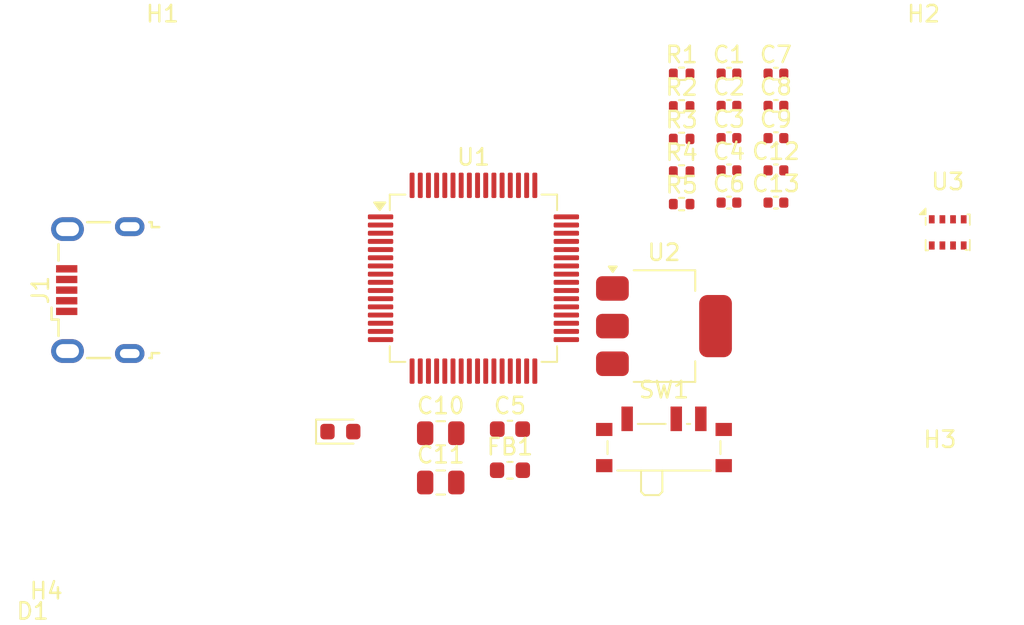
<source format=kicad_pcb>
(kicad_pcb (version 20241229) (generator "pcbnew") (generator_version "9.0")
  (layers (0 "F.Cu" signal) (2 "B.Cu" signal) (13 "F.Paste" user) (15 "B.Paste" user) (5 "F.SilkS" user "F.Silkscreen") (7 "B.SilkS" user "B.Silkscreen") (1 "F.Mask" user) (3 "B.Mask" user) (25 "Edge.Cuts" user))
  (net 0 "")
  (net 1 "GND")
  (net 2 "+3.3V")
  (net 3 "+3.3VA")
  (net 4 "/NRST")
  (net 5 "VBUS")
  (net 6 "Net-(D1-K)")
  (net 8 "/USB_OTG_FS_DM-")
  (net 9 "/USB_OTG_FS_DP+")
  (net 10 "/SW_BOOT0")
  (net 11 "/BOOT0")
  (net 12 "Net-(U3-SDO)")
  (net 13 "/I2C1_SCL")
  (net 14 "/I2C1_SDA")
  (footprint "MountingHole:MountingHole_2.2mm_M2" (layer "F.Cu") (at 171 99.5)
    (property "Reference" "H3" (at 0 -3.15 0) (layer "F.SilkS"))
    (property "Value" "MountingHole")
    (pad "" np_thru_hole circle (at 0 0) (size 2.2 2.2) (drill 2.2) (layers "*.Cu" "*.Mask"))
  )
  (footprint "Capacitor_SMD:C_0805_2012Metric" (layer "F.Cu") (at 140.5 95.97)
    (property "Reference" "C10" (at 0 -1.68 0) (layer "F.SilkS"))
    (property "Value" "22u")
    (fp_line (start -0.261252 -0.735) (end 0.261252 -0.735) (stroke (width 0.12)) (layer "F.SilkS"))
    (fp_line (start -0.261252 0.735) (end 0.261252 0.735) (stroke (width 0.12)) (layer "F.SilkS"))
    (pad "1" smd roundrect (at -0.95 0) (size 1 1.45) (layers "F.Cu" "F.Mask" "F.Paste") (net 5 "VBUS"))
    (pad "2" smd roundrect (at 0.95 0) (size 1 1.45) (layers "F.Cu" "F.Mask" "F.Paste") (net 1 "GND"))
  )
  (footprint "Resistor_SMD:R_0402_1005Metric" (layer "F.Cu") (at 155.22 81.97)
    (property "Reference" "R5" (at 0 -1.17 0) (layer "F.SilkS"))
    (property "Value" "10k")
    (fp_line (start -0.153641 -0.38) (end 0.153641 -0.38) (stroke (width 0.12)) (layer "F.SilkS"))
    (fp_line (start -0.153641 0.38) (end 0.153641 0.38) (stroke (width 0.12)) (layer "F.SilkS"))
    (pad "1" smd roundrect (at -0.51 0) (size 0.54 0.64) (layers "F.Cu" "F.Mask" "F.Paste") (net 14 "/I2C1_SDA"))
    (pad "2" smd roundrect (at 0.51 0) (size 0.54 0.64) (layers "F.Cu" "F.Mask" "F.Paste") (net 2 "+3.3V"))
  )
  (footprint "Capacitor_SMD:C_0805_2012Metric" (layer "F.Cu") (at 140.5 98.98)
    (property "Reference" "C11" (at 0 -1.68 0) (layer "F.SilkS"))
    (property "Value" "22u")
    (fp_line (start -0.261252 -0.735) (end 0.261252 -0.735) (stroke (width 0.12)) (layer "F.SilkS"))
    (fp_line (start -0.261252 0.735) (end 0.261252 0.735) (stroke (width 0.12)) (layer "F.SilkS"))
    (pad "1" smd roundrect (at -0.95 0) (size 1 1.45) (layers "F.Cu" "F.Mask" "F.Paste") (net 2 "+3.3V"))
    (pad "2" smd roundrect (at 0.95 0) (size 1 1.45) (layers "F.Cu" "F.Mask" "F.Paste") (net 1 "GND"))
  )
  (footprint "Package_TO_SOT_SMD:SOT-223-3_TabPin2" (layer "F.Cu") (at 154.14 89.425)
    (property "Reference" "U2" (at 0 -4.5 0) (layer "F.SilkS"))
    (property "Value" "AMS1117-3.3")
    (fp_line (start -1.85 -3.41) (end 1.91 -3.41) (stroke (width 0.12)) (layer "F.SilkS"))
    (fp_line (start -1.85 3.41) (end 1.91 3.41) (stroke (width 0.12)) (layer "F.SilkS"))
    (fp_line (start 1.91 -3.41) (end 1.91 -2.15) (stroke (width 0.12)) (layer "F.SilkS"))
    (fp_line (start 1.91 3.41) (end 1.91 2.15) (stroke (width 0.12)) (layer "F.SilkS"))
    (fp_poly (pts (xy -3.13 -3.31) (xy -3.37 -3.64) (xy -2.89 -3.64) (xy -3.13 -3.31)) (stroke (width 0.12)) (fill yes) (layer "F.SilkS"))
    (pad "1" smd roundrect (at -3.15 -2.3) (size 2 1.5) (layers "F.Cu" "F.Mask" "F.Paste") (net 1 "GND"))
    (pad "2" smd roundrect (at -3.15 0) (size 2 1.5) (layers "F.Cu" "F.Mask" "F.Paste") (net 2 "+3.3V"))
    (pad "2" smd roundrect (at 3.15 0) (size 2 3.8) (layers "F.Cu" "F.Mask" "F.Paste") (net 2 "+3.3V"))
    (pad "3" smd roundrect (at -3.15 2.3) (size 2 1.5) (layers "F.Cu" "F.Mask" "F.Paste") (net 5 "VBUS"))
  )
  (footprint "Capacitor_SMD:C_0402_1005Metric" (layer "F.Cu") (at 158.11 74)
    (property "Reference" "C1" (at 0 -1.16 0) (layer "F.SilkS"))
    (property "Value" "100n")
    (fp_line (start -0.107836 -0.36) (end 0.107836 -0.36) (stroke (width 0.12)) (layer "F.SilkS"))
    (fp_line (start -0.107836 0.36) (end 0.107836 0.36) (stroke (width 0.12)) (layer "F.SilkS"))
    (pad "1" smd roundrect (at -0.48 0) (size 0.56 0.62) (layers "F.Cu" "F.Mask" "F.Paste") (net 2 "+3.3V"))
    (pad "2" smd roundrect (at 0.48 0) (size 0.56 0.62) (layers "F.Cu" "F.Mask" "F.Paste") (net 1 "GND"))
  )
  (footprint "Inductor_SMD:L_0603_1608Metric" (layer "F.Cu") (at 144.73 98.23)
    (property "Reference" "FB1" (at 0 -1.43 0) (layer "F.SilkS"))
    (property "Value" "120R")
    (fp_line (start -0.162779 -0.51) (end 0.162779 -0.51) (stroke (width 0.12)) (layer "F.SilkS"))
    (fp_line (start -0.162779 0.51) (end 0.162779 0.51) (stroke (width 0.12)) (layer "F.SilkS"))
    (pad "1" smd roundrect (at -0.7875 0) (size 0.875 0.95) (layers "F.Cu" "F.Mask" "F.Paste") (net 3 "+3.3VA"))
    (pad "2" smd roundrect (at 0.7875 0) (size 0.875 0.95) (layers "F.Cu" "F.Mask" "F.Paste") (net 2 "+3.3V"))
  )
  (footprint "Resistor_SMD:R_0402_1005Metric" (layer "F.Cu") (at 155.22 74.01)
    (property "Reference" "R1" (at 0 -1.17 0) (layer "F.SilkS"))
    (property "Value" "10k")
    (fp_line (start -0.153641 -0.38) (end 0.153641 -0.38) (stroke (width 0.12)) (layer "F.SilkS"))
    (fp_line (start -0.153641 0.38) (end 0.153641 0.38) (stroke (width 0.12)) (layer "F.SilkS"))
    (pad "1" smd roundrect (at -0.51 0) (size 0.54 0.64) (layers "F.Cu" "F.Mask" "F.Paste") (net 10 "/SW_BOOT0"))
    (pad "2" smd roundrect (at 0.51 0) (size 0.54 0.64) (layers "F.Cu" "F.Mask" "F.Paste") (net 11 "/BOOT0"))
  )
  (footprint "Capacitor_SMD:C_0402_1005Metric" (layer "F.Cu") (at 158.11 75.97)
    (property "Reference" "C2" (at 0 -1.16 0) (layer "F.SilkS"))
    (property "Value" "100n")
    (fp_line (start -0.107836 -0.36) (end 0.107836 -0.36) (stroke (width 0.12)) (layer "F.SilkS"))
    (fp_line (start -0.107836 0.36) (end 0.107836 0.36) (stroke (width 0.12)) (layer "F.SilkS"))
    (pad "1" smd roundrect (at -0.48 0) (size 0.56 0.62) (layers "F.Cu" "F.Mask" "F.Paste") (net 2 "+3.3V"))
    (pad "2" smd roundrect (at 0.48 0) (size 0.56 0.62) (layers "F.Cu" "F.Mask" "F.Paste") (net 1 "GND"))
  )
  (footprint "Package_LGA:Bosch_LGA-8_2x2.5mm_P0.65mm_ClockwisePinNumbering" (layer "F.Cu") (at 171.475 83.7)
    (property "Reference" "U3" (at 0 -3.1 0) (layer "F.SilkS"))
    (property "Value" "BMP280")
    (fp_line (start -1.35 -0.46) (end -1.35 -0.9) (stroke (width 0.1)) (layer "F.SilkS"))
    (fp_line (start -1.35 1.1) (end -1.35 0.46) (stroke (width 0.1)) (layer "F.SilkS"))
    (fp_line (start -1.35 1.1) (end -1.2 1.1) (stroke (width 0.1)) (layer "F.SilkS"))
    (fp_line (start 1.075 1.075) (end 1.225 1.075) (stroke (width 0.1)) (layer "F.SilkS"))
    (fp_line (start 1.2 -1.1) (end 1.35 -1.1) (stroke (width 0.1)) (layer "F.SilkS"))
    (fp_line (start 1.35 -0.46) (end 1.35 -1.1) (stroke (width 0.1)) (layer "F.SilkS"))
    (fp_line (start 1.35 1.1) (end 1.35 0.46) (stroke (width 0.1)) (layer "F.SilkS"))
    (fp_poly (pts (xy -1.35 -1.1) (xy -1.71 -1.1) (xy -1.35 -1.46) (xy -1.35 -1.1)) (stroke (width 0.1)) (fill yes) (layer "F.SilkS"))
    (pad "1" smd rect (at -0.975 -0.8 90) (size 0.5 0.35) (layers "F.Cu" "F.Mask" "F.Paste") (net 1 "GND"))
    (pad "2" smd rect (at -0.325 -0.8 90) (size 0.5 0.35) (layers "F.Cu" "F.Mask" "F.Paste") (net 2 "+3.3V"))
    (pad "3" smd rect (at 0.325 -0.8 90) (size 0.5 0.35) (layers "F.Cu" "F.Mask" "F.Paste") (net 14 "/I2C1_SDA"))
    (pad "4" smd rect (at 0.975 -0.8 90) (size 0.5 0.35) (layers "F.Cu" "F.Mask" "F.Paste") (net 13 "/I2C1_SCL"))
    (pad "5" smd rect (at 0.975 0.8 90) (size 0.5 0.35) (layers "F.Cu" "F.Mask" "F.Paste") (net 12 "Net-(U3-SDO)"))
    (pad "6" smd rect (at 0.325 0.8 90) (size 0.5 0.35) (layers "F.Cu" "F.Mask" "F.Paste") (net 2 "+3.3V"))
    (pad "7" smd rect (at -0.325 0.8 90) (size 0.5 0.35) (layers "F.Cu" "F.Mask" "F.Paste") (net 1 "GND"))
    (pad "8" smd rect (at -0.975 0.8 90) (size 0.5 0.35) (layers "F.Cu" "F.Mask" "F.Paste") (net 2 "+3.3V"))
  )
  (footprint "Resistor_SMD:R_0402_1005Metric" (layer "F.Cu") (at 155.22 77.99)
    (property "Reference" "R3" (at 0 -1.17 0) (layer "F.SilkS"))
    (property "Value" "10k")
    (fp_line (start -0.153641 -0.38) (end 0.153641 -0.38) (stroke (width 0.12)) (layer "F.SilkS"))
    (fp_line (start -0.153641 0.38) (end 0.153641 0.38) (stroke (width 0.12)) (layer "F.SilkS"))
    (pad "1" smd roundrect (at -0.51 0) (size 0.54 0.64) (layers "F.Cu" "F.Mask" "F.Paste") (net 1 "GND"))
    (pad "2" smd roundrect (at 0.51 0) (size 0.54 0.64) (layers "F.Cu" "F.Mask" "F.Paste") (net 12 "Net-(U3-SDO)"))
  )
  (footprint "Capacitor_SMD:C_0402_1005Metric" (layer "F.Cu") (at 160.98 77.94)
    (property "Reference" "C9" (at 0 -1.16 0) (layer "F.SilkS"))
    (property "Value" "100n")
    (fp_line (start -0.107836 -0.36) (end 0.107836 -0.36) (stroke (width 0.12)) (layer "F.SilkS"))
    (fp_line (start -0.107836 0.36) (end 0.107836 0.36) (stroke (width 0.12)) (layer "F.SilkS"))
    (pad "1" smd roundrect (at -0.48 0) (size 0.56 0.62) (layers "F.Cu" "F.Mask" "F.Paste") (net 4 "/NRST"))
    (pad "2" smd roundrect (at 0.48 0) (size 0.56 0.62) (layers "F.Cu" "F.Mask" "F.Paste") (net 1 "GND"))
  )
  (footprint "Resistor_SMD:R_0402_1005Metric" (layer "F.Cu") (at 155.22 79.98)
    (property "Reference" "R4" (at 0 -1.17 0) (layer "F.SilkS"))
    (property "Value" "10k")
    (fp_line (start -0.153641 -0.38) (end 0.153641 -0.38) (stroke (width 0.12)) (layer "F.SilkS"))
    (fp_line (start -0.153641 0.38) (end 0.153641 0.38) (stroke (width 0.12)) (layer "F.SilkS"))
    (pad "1" smd roundrect (at -0.51 0) (size 0.54 0.64) (layers "F.Cu" "F.Mask" "F.Paste") (net 13 "/I2C1_SCL"))
    (pad "2" smd roundrect (at 0.51 0) (size 0.54 0.64) (layers "F.Cu" "F.Mask" "F.Paste") (net 2 "+3.3V"))
  )
  (footprint "Resistor_SMD:R_0402_1005Metric" (layer "F.Cu") (at 155.22 76)
    (property "Reference" "R2" (at 0 -1.17 0) (layer "F.SilkS"))
    (property "Value" "1k")
    (fp_line (start -0.153641 -0.38) (end 0.153641 -0.38) (stroke (width 0.12)) (layer "F.SilkS"))
    (fp_line (start -0.153641 0.38) (end 0.153641 0.38) (stroke (width 0.12)) (layer "F.SilkS"))
    (pad "1" smd roundrect (at -0.51 0) (size 0.54 0.64) (layers "F.Cu" "F.Mask" "F.Paste") (net 6 "Net-(D1-K)"))
    (pad "2" smd roundrect (at 0.51 0) (size 0.54 0.64) (layers "F.Cu" "F.Mask" "F.Paste") (net 1 "GND"))
  )
  (footprint "Capacitor_SMD:C_0402_1005Metric" (layer "F.Cu") (at 158.11 79.91)
    (property "Reference" "C4" (at 0 -1.16 0) (layer "F.SilkS"))
    (property "Value" "100n")
    (fp_line (start -0.107836 -0.36) (end 0.107836 -0.36) (stroke (width 0.12)) (layer "F.SilkS"))
    (fp_line (start -0.107836 0.36) (end 0.107836 0.36) (stroke (width 0.12)) (layer "F.SilkS"))
    (pad "1" smd roundrect (at -0.48 0) (size 0.56 0.62) (layers "F.Cu" "F.Mask" "F.Paste") (net 2 "+3.3V"))
    (pad "2" smd roundrect (at 0.48 0) (size 0.56 0.62) (layers "F.Cu" "F.Mask" "F.Paste") (net 1 "GND"))
  )
  (footprint "LED_SMD:LED_0603_1608Metric" (layer "F.Cu") (at 134.37 95.87)
    (property "Reference" "D1" (at -18.8 10.97 0) (layer "F.SilkS"))
    (property "Value" "RED")
    (fp_line (start -1.485 -0.735) (end -1.485 0.735) (stroke (width 0.12)) (layer "F.SilkS"))
    (fp_line (start -1.485 0.735) (end 0.8 0.735) (stroke (width 0.12)) (layer "F.SilkS"))
    (fp_line (start 0.8 -0.735) (end -1.485 -0.735) (stroke (width 0.12)) (layer "F.SilkS"))
    (pad "1" smd roundrect (at -0.7875 0) (size 0.875 0.95) (layers "F.Cu" "F.Mask" "F.Paste") (net 6 "Net-(D1-K)"))
    (pad "2" smd roundrect (at 0.7875 0) (size 0.875 0.95) (layers "F.Cu" "F.Mask" "F.Paste") (net 2 "+3.3V"))
  )
  (footprint "Capacitor_SMD:C_0402_1005Metric" (layer "F.Cu") (at 160.98 79.91)
    (property "Reference" "C12" (at 0 -1.16 0) (layer "F.SilkS"))
    (property "Value" "100n")
    (fp_line (start -0.107836 -0.36) (end 0.107836 -0.36) (stroke (width 0.12)) (layer "F.SilkS"))
    (fp_line (start -0.107836 0.36) (end 0.107836 0.36) (stroke (width 0.12)) (layer "F.SilkS"))
    (pad "1" smd roundrect (at -0.48 0) (size 0.56 0.62) (layers "F.Cu" "F.Mask" "F.Paste") (net 1 "GND"))
    (pad "2" smd roundrect (at 0.48 0) (size 0.56 0.62) (layers "F.Cu" "F.Mask" "F.Paste") (net 2 "+3.3V"))
  )
  (footprint "Capacitor_SMD:C_0402_1005Metric" (layer "F.Cu") (at 160.98 74)
    (property "Reference" "C7" (at 0 -1.16 0) (layer "F.SilkS"))
    (property "Value" "1u")
    (fp_line (start -0.107836 -0.36) (end 0.107836 -0.36) (stroke (width 0.12)) (layer "F.SilkS"))
    (fp_line (start -0.107836 0.36) (end 0.107836 0.36) (stroke (width 0.12)) (layer "F.SilkS"))
    (pad "1" smd roundrect (at -0.48 0) (size 0.56 0.62) (layers "F.Cu" "F.Mask" "F.Paste") (net 3 "+3.3VA"))
    (pad "2" smd roundrect (at 0.48 0) (size 0.56 0.62) (layers "F.Cu" "F.Mask" "F.Paste") (net 1 "GND"))
  )
  (footprint "Capacitor_SMD:C_0402_1005Metric" (layer "F.Cu") (at 160.98 75.97)
    (property "Reference" "C8" (at 0 -1.16 0) (layer "F.SilkS"))
    (property "Value" "1u")
    (fp_line (start -0.107836 -0.36) (end 0.107836 -0.36) (stroke (width 0.12)) (layer "F.SilkS"))
    (fp_line (start -0.107836 0.36) (end 0.107836 0.36) (stroke (width 0.12)) (layer "F.SilkS"))
    (pad "1" smd roundrect (at -0.48 0) (size 0.56 0.62) (layers "F.Cu" "F.Mask" "F.Paste") (net 2 "+3.3V"))
    (pad "2" smd roundrect (at 0.48 0) (size 0.56 0.62) (layers "F.Cu" "F.Mask" "F.Paste") (net 1 "GND"))
  )
  (footprint "MountingHole:MountingHole_2.2mm_M2" (layer "F.Cu") (at 123.5 99.5)
    (property "Reference" "H4" (at -7.1 6.1 0) (layer "F.SilkS"))
    (property "Value" "MountingHole")
    (pad "" np_thru_hole circle (at 0 0) (size 2.2 2.2) (drill 2.2) (layers "*.Cu" "*.Mask"))
  )
  (footprint "Capacitor_SMD:C_0402_1005Metric" (layer "F.Cu") (at 160.98 81.88)
    (property "Reference" "C13" (at 0 -1.16 0) (layer "F.SilkS"))
    (property "Value" "100n")
    (fp_line (start -0.107836 -0.36) (end 0.107836 -0.36) (stroke (width 0.12)) (layer "F.SilkS"))
    (fp_line (start -0.107836 0.36) (end 0.107836 0.36) (stroke (width 0.12)) (layer "F.SilkS"))
    (pad "1" smd roundrect (at -0.48 0) (size 0.56 0.62) (layers "F.Cu" "F.Mask" "F.Paste") (net 1 "GND"))
    (pad "2" smd roundrect (at 0.48 0) (size 0.56 0.62) (layers "F.Cu" "F.Mask" "F.Paste") (net 2 "+3.3V"))
  )
  (footprint "Button_Switch_SMD:SW_SPDT_PCM12" (layer "F.Cu") (at 154.14 96.52)
    (property "Reference" "SW1" (at 0 -3.2 0) (layer "F.SilkS"))
    (property "Value" "SW_SPDT")
    (fp_line (start -3.45 -0.07) (end -3.45 0.72) (stroke (width 0.12)) (layer "F.SilkS"))
    (fp_line (start -2.85 1.73) (end 2.85 1.73) (stroke (width 0.12)) (layer "F.SilkS"))
    (fp_line (start -1.6 -1.12) (end 0.1 -1.12) (stroke (width 0.12)) (layer "F.SilkS"))
    (fp_line (start -1.4 1.73) (end -1.4 3.02) (stroke (width 0.12)) (layer "F.SilkS"))
    (fp_line (start -1.4 3.02) (end -1.2 3.23) (stroke (width 0.12)) (layer "F.SilkS"))
    (fp_line (start -1.2 3.23) (end -0.3 3.23) (stroke (width 0.12)) (layer "F.SilkS"))
    (fp_line (start -0.1 3.02) (end -0.3 3.23) (stroke (width 0.12)) (layer "F.SilkS"))
    (fp_line (start -0.1 3.02) (end -0.1 1.73) (stroke (width 0.12)) (layer "F.SilkS"))
    (fp_line (start 1.4 -1.12) (end 1.6 -1.12) (stroke (width 0.12)) (layer "F.SilkS"))
    (fp_line (start 3.45 0.72) (end 3.45 -0.07) (stroke (width 0.12)) (layer "F.SilkS"))
    (pad "" smd rect (at -3.65 -0.78) (size 1 0.8) (layers "F.Cu" "F.Mask" "F.Paste"))
    (pad "" smd rect (at -3.65 1.43) (size 1 0.8) (layers "F.Cu" "F.Mask" "F.Paste"))
    (pad "" np_thru_hole circle (at -1.5 0.33) (size 0.9 0.9) (drill 0.9) (layers "*.Cu" "*.Mask"))
    (pad "" np_thru_hole circle (at 1.5 0.33) (size 0.9 0.9) (drill 0.9) (layers "*.Cu" "*.Mask"))
    (pad "" smd rect (at 3.65 -0.78) (size 1 0.8) (layers "F.Cu" "F.Mask" "F.Paste"))
    (pad "" smd rect (at 3.65 1.43) (size 1 0.8) (layers "F.Cu" "F.Mask" "F.Paste"))
    (pad "1" smd rect (at -2.25 -1.43) (size 0.7 1.5) (layers "F.Cu" "F.Mask" "F.Paste") (net 1 "GND"))
    (pad "2" smd rect (at 0.75 -1.43) (size 0.7 1.5) (layers "F.Cu" "F.Mask" "F.Paste") (net 10 "/SW_BOOT0"))
    (pad "3" smd rect (at 2.25 -1.43) (size 0.7 1.5) (layers "F.Cu" "F.Mask" "F.Paste") (net 2 "+3.3V"))
  )
  (footprint "Capacitor_SMD:C_0603_1608Metric" (layer "F.Cu") (at 144.73 95.72)
    (property "Reference" "C5" (at 0 -1.43 0) (layer "F.SilkS"))
    (property "Value" "10u")
    (fp_line (start -0.14058 -0.51) (end 0.14058 -0.51) (stroke (width 0.12)) (layer "F.SilkS"))
    (fp_line (start -0.14058 0.51) (end 0.14058 0.51) (stroke (width 0.12)) (layer "F.SilkS"))
    (pad "1" smd roundrect (at -0.775 0) (size 0.9 0.95) (layers "F.Cu" "F.Mask" "F.Paste") (net 2 "+3.3V"))
    (pad "2" smd roundrect (at 0.775 0) (size 0.9 0.95) (layers "F.Cu" "F.Mask" "F.Paste") (net 1 "GND"))
  )
  (footprint "Connector_USB:USB_Micro-B_Wuerth_629105150521" (layer "F.Cu") (at 119.55 87.225 90)
    (property "Reference" "J1" (at 0 -3.5 90) (layer "F.SilkS"))
    (property "Value" "USB_B_Micro")
    (fp_line (start -1.075 -2.825) (end -1.8 -2.825) (stroke (width 0.15)) (layer "F.SilkS"))
    (fp_line (start -1.8 -2.825) (end -1.8 -2.4) (stroke (width 0.15)) (layer "F.SilkS"))
    (fp_line (start 1.8 -2.4) (end 2.8 -2.4) (stroke (width 0.15)) (layer "F.SilkS"))
    (fp_line (start -1.8 -2.4) (end -2.8 -2.4) (stroke (width 0.15)) (layer "F.SilkS"))
    (fp_line (start -4.15 -0.65) (end -4.15 0.75) (stroke (width 0.15)) (layer "F.SilkS"))
    (fp_line (start 4.15 0.75) (end 4.15 -0.65) (stroke (width 0.15)) (layer "F.SilkS"))
    (fp_line (start -4.15 3.15) (end -4.15 3.3) (stroke (width 0.15)) (layer "F.SilkS"))
    (fp_line (start 4.15 3.3) (end 4.15 3.15) (stroke (width 0.15)) (layer "F.SilkS"))
    (fp_line (start 3.85 3.3) (end 4.15 3.3) (stroke (width 0.15)) (layer "F.SilkS"))
    (fp_line (start -3.85 3.3) (end -3.85 3.75) (stroke (width 0.15)) (layer "F.SilkS"))
    (fp_line (start -4.15 3.3) (end -3.85 3.3) (stroke (width 0.15)) (layer "F.SilkS"))
    (fp_line (start 3.85 3.75) (end 3.85 3.3) (stroke (width 0.15)) (layer "F.SilkS"))
    (pad "" np_thru_hole oval (at -2.5 -0.8 90) (size 0.8 0.8) (drill 0.8) (layers "*.Cu" "*.Mask"))
    (pad "" np_thru_hole oval (at 2.5 -0.8 90) (size 0.8 0.8) (drill 0.8) (layers "*.Cu" "*.Mask"))
    (pad "1" smd rect (at -1.3 -1.9 90) (size 0.45 1.3) (layers "F.Cu" "F.Mask" "F.Paste") (net 5 "VBUS"))
    (pad "2" smd rect (at -0.65 -1.9 90) (size 0.45 1.3) (layers "F.Cu" "F.Mask" "F.Paste") (net 8 "/USB_OTG_FS_DM-"))
    (pad "3" smd rect (at 0 -1.9 90) (size 0.45 1.3) (layers "F.Cu" "F.Mask" "F.Paste") (net 9 "/USB_OTG_FS_DP+"))
    (pad "4" smd rect (at 0.65 -1.9 90) (size 0.45 1.3) (layers "F.Cu" "F.Mask" "F.Paste"))
    (pad "5" smd rect (at 1.3 -1.9 90) (size 0.45 1.3) (layers "F.Cu" "F.Mask" "F.Paste") (net 1 "GND"))
    (pad "6" thru_hole oval (at -3.875 1.95 90) (size 1.15 1.8) (drill oval 0.55 1.2) (property pad_prop_heatsink) (layers "*.Cu" "*.Mask") (net 1 "GND"))
    (pad "6" thru_hole oval (at -3.725 -1.85 90) (size 1.45 2) (drill oval 0.85 1.4) (property pad_prop_heatsink) (layers "*.Cu" "*.Mask") (net 1 "GND"))
    (pad "6" thru_hole oval (at 3.725 -1.85 90) (size 1.45 2) (drill oval 0.85 1.4) (property pad_prop_heatsink) (layers "*.Cu" "*.Mask") (net 1 "GND"))
    (pad "6" thru_hole oval (at 3.875 1.95 90) (size 1.15 1.8) (drill oval 0.55 1.2) (property pad_prop_heatsink) (layers "*.Cu" "*.Mask") (net 1 "GND"))
  )
  (footprint "MountingHole:MountingHole_2.2mm_M2" (layer "F.Cu") (at 123.5 73.5)
    (property "Reference" "H1" (at 0 -3.15 0) (layer "F.SilkS"))
    (property "Value" "MountingHole")
    (pad "" np_thru_hole circle (at 0 0) (size 2.2 2.2) (drill 2.2) (layers "*.Cu" "*.Mask"))
  )
  (footprint "Capacitor_SMD:C_0402_1005Metric" (layer "F.Cu") (at 158.11 77.94)
    (property "Reference" "C3" (at 0 -1.16 0) (layer "F.SilkS"))
    (property "Value" "100n")
    (fp_line (start -0.107836 -0.36) (end 0.107836 -0.36) (stroke (width 0.12)) (layer "F.SilkS"))
    (fp_line (start -0.107836 0.36) (end 0.107836 0.36) (stroke (width 0.12)) (layer "F.SilkS"))
    (pad "1" smd roundrect (at -0.48 0) (size 0.56 0.62) (layers "F.Cu" "F.Mask" "F.Paste") (net 2 "+3.3V"))
    (pad "2" smd roundrect (at 0.48 0) (size 0.56 0.62) (layers "F.Cu" "F.Mask" "F.Paste") (net 1 "GND"))
  )
  (footprint "Package_QFP:LQFP-64_10x10mm_P0.5mm" (layer "F.Cu") (at 142.5 86.5)
    (property "Reference" "U1" (at 0 -7.4 0) (layer "F.SilkS"))
    (property "Value" "STM32L476RGTx")
    (fp_line (start -5.11 -5.11) (end -5.11 -4.16) (stroke (width 0.12)) (layer "F.SilkS"))
    (fp_line (start -5.11 5.11) (end -5.11 4.16) (stroke (width 0.12)) (layer "F.SilkS"))
    (fp_line (start -4.16 -5.11) (end -5.11 -5.11) (stroke (width 0.12)) (layer "F.SilkS"))
    (fp_line (start -4.16 5.11) (end -5.11 5.11) (stroke (width 0.12)) (layer "F.SilkS"))
    (fp_line (start 4.16 -5.11) (end 5.11 -5.11) (stroke (width 0.12)) (layer "F.SilkS"))
    (fp_line (start 4.16 5.11) (end 5.11 5.11) (stroke (width 0.12)) (layer "F.SilkS"))
    (fp_line (start 5.11 -5.11) (end 5.11 -4.16) (stroke (width 0.12)) (layer "F.SilkS"))
    (fp_line (start 5.11 5.11) (end 5.11 4.16) (stroke (width 0.12)) (layer "F.SilkS"))
    (fp_poly (pts (xy -5.725 -4.16) (xy -6.065 -4.63) (xy -5.385 -4.63)) (stroke (width 0.12)) (fill yes) (layer "F.SilkS"))
    (pad "1" smd roundrect (at -5.675 -3.75) (size 1.55 0.3) (layers "F.Cu" "F.Mask" "F.Paste") (net 2 "+3.3V"))
    (pad "2" smd roundrect (at -5.675 -3.25) (size 1.55 0.3) (layers "F.Cu" "F.Mask" "F.Paste"))
    (pad "3" smd roundrect (at -5.675 -2.75) (size 1.55 0.3) (layers "F.Cu" "F.Mask" "F.Paste"))
    (pad "4" smd roundrect (at -5.675 -2.25) (size 1.55 0.3) (layers "F.Cu" "F.Mask" "F.Paste"))
    (pad "5" smd roundrect (at -5.675 -1.75) (size 1.55 0.3) (layers "F.Cu" "F.Mask" "F.Paste"))
    (pad "6" smd roundrect (at -5.675 -1.25) (size 1.55 0.3) (layers "F.Cu" "F.Mask" "F.Paste"))
    (pad "7" smd roundrect (at -5.675 -0.75) (size 1.55 0.3) (layers "F.Cu" "F.Mask" "F.Paste") (net 4 "/NRST"))
    (pad "8" smd roundrect (at -5.675 -0.25) (size 1.55 0.3) (layers "F.Cu" "F.Mask" "F.Paste"))
    (pad "9" smd roundrect (at -5.675 0.25) (size 1.55 0.3) (layers "F.Cu" "F.Mask" "F.Paste"))
    (pad "10" smd roundrect (at -5.675 0.75) (size 1.55 0.3) (layers "F.Cu" "F.Mask" "F.Paste"))
    (pad "11" smd roundrect (at -5.675 1.25) (size 1.55 0.3) (layers "F.Cu" "F.Mask" "F.Paste"))
    (pad "12" smd roundrect (at -5.675 1.75) (size 1.55 0.3) (layers "F.Cu" "F.Mask" "F.Paste") (net 1 "GND"))
    (pad "13" smd roundrect (at -5.675 2.25) (size 1.55 0.3) (layers "F.Cu" "F.Mask" "F.Paste") (net 3 "+3.3VA"))
    (pad "14" smd roundrect (at -5.675 2.75) (size 1.55 0.3) (layers "F.Cu" "F.Mask" "F.Paste"))
    (pad "15" smd roundrect (at -5.675 3.25) (size 1.55 0.3) (layers "F.Cu" "F.Mask" "F.Paste"))
    (pad "16" smd roundrect (at -5.675 3.75) (size 1.55 0.3) (layers "F.Cu" "F.Mask" "F.Paste"))
    (pad "17" smd roundrect (at -3.75 5.675) (size 0.3 1.55) (layers "F.Cu" "F.Mask" "F.Paste"))
    (pad "18" smd roundrect (at -3.25 5.675) (size 0.3 1.55) (layers "F.Cu" "F.Mask" "F.Paste") (net 1 "GND"))
    (pad "19" smd roundrect (at -2.75 5.675) (size 0.3 1.55) (layers "F.Cu" "F.Mask" "F.Paste") (net 2 "+3.3V"))
    (pad "20" smd roundrect (at -2.25 5.675) (size 0.3 1.55) (layers "F.Cu" "F.Mask" "F.Paste"))
    (pad "21" smd roundrect (at -1.75 5.675) (size 0.3 1.55) (layers "F.Cu" "F.Mask" "F.Paste"))
    (pad "22" smd roundrect (at -1.25 5.675) (size 0.3 1.55) (layers "F.Cu" "F.Mask" "F.Paste"))
    (pad "23" smd roundrect (at -0.75 5.675) (size 0.3 1.55) (layers "F.Cu" "F.Mask" "F.Paste"))
    (pad "24" smd roundrect (at -0.25 5.675) (size 0.3 1.55) (layers "F.Cu" "F.Mask" "F.Paste"))
    (pad "25" smd roundrect (at 0.25 5.675) (size 0.3 1.55) (layers "F.Cu" "F.Mask" "F.Paste"))
    (pad "26" smd roundrect (at 0.75 5.675) (size 0.3 1.55) (layers "F.Cu" "F.Mask" "F.Paste"))
    (pad "27" smd roundrect (at 1.25 5.675) (size 0.3 1.55) (layers "F.Cu" "F.Mask" "F.Paste"))
    (pad "28" smd roundrect (at 1.75 5.675) (size 0.3 1.55) (layers "F.Cu" "F.Mask" "F.Paste"))
    (pad "29" smd roundrect (at 2.25 5.675) (size 0.3 1.55) (layers "F.Cu" "F.Mask" "F.Paste"))
    (pad "30" smd roundrect (at 2.75 5.675) (size 0.3 1.55) (layers "F.Cu" "F.Mask" "F.Paste"))
    (pad "31" smd roundrect (at 3.25 5.675) (size 0.3 1.55) (layers "F.Cu" "F.Mask" "F.Paste") (net 1 "GND"))
    (pad "32" smd roundrect (at 3.75 5.675) (size 0.3 1.55) (layers "F.Cu" "F.Mask" "F.Paste") (net 2 "+3.3V"))
    (pad "33" smd roundrect (at 5.675 3.75) (size 1.55 0.3) (layers "F.Cu" "F.Mask" "F.Paste"))
    (pad "34" smd roundrect (at 5.675 3.25) (size 1.55 0.3) (layers "F.Cu" "F.Mask" "F.Paste"))
    (pad "35" smd roundrect (at 5.675 2.75) (size 1.55 0.3) (layers "F.Cu" "F.Mask" "F.Paste"))
    (pad "36" smd roundrect (at 5.675 2.25) (size 1.55 0.3) (layers "F.Cu" "F.Mask" "F.Paste"))
    (pad "37" smd roundrect (at 5.675 1.75) (size 1.55 0.3) (layers "F.Cu" "F.Mask" "F.Paste"))
    (pad "38" smd roundrect (at 5.675 1.25) (size 1.55 0.3) (layers "F.Cu" "F.Mask" "F.Paste"))
    (pad "39" smd roundrect (at 5.675 0.75) (size 1.55 0.3) (layers "F.Cu" "F.Mask" "F.Paste"))
    (pad "40" smd roundrect (at 5.675 0.25) (size 1.55 0.3) (layers "F.Cu" "F.Mask" "F.Paste"))
    (pad "41" smd roundrect (at 5.675 -0.25) (size 1.55 0.3) (layers "F.Cu" "F.Mask" "F.Paste"))
    (pad "42" smd roundrect (at 5.675 -0.75) (size 1.55 0.3) (layers "F.Cu" "F.Mask" "F.Paste"))
    (pad "43" smd roundrect (at 5.675 -1.25) (size 1.55 0.3) (layers "F.Cu" "F.Mask" "F.Paste"))
    (pad "44" smd roundrect (at 5.675 -1.75) (size 1.55 0.3) (layers "F.Cu" "F.Mask" "F.Paste") (net 8 "/USB_OTG_FS_DM-"))
    (pad "45" smd roundrect (at 5.675 -2.25) (size 1.55 0.3) (layers "F.Cu" "F.Mask" "F.Paste") (net 9 "/USB_OTG_FS_DP+"))
    (pad "46" smd roundrect (at 5.675 -2.75) (size 1.55 0.3) (layers "F.Cu" "F.Mask" "F.Paste"))
    (pad "47" smd roundrect (at 5.675 -3.25) (size 1.55 0.3) (layers "F.Cu" "F.Mask" "F.Paste") (net 1 "GND"))
    (pad "48" smd roundrect (at 5.675 -3.75) (size 1.55 0.3) (layers "F.Cu" "F.Mask" "F.Paste"))
    (pad "49" smd roundrect (at 3.75 -5.675) (size 0.3 1.55) (layers "F.Cu" "F.Mask" "F.Paste"))
    (pad "50" smd roundrect (at 3.25 -5.675) (size 0.3 1.55) (layers "F.Cu" "F.Mask" "F.Paste"))
    (pad "51" smd roundrect (at 2.75 -5.675) (size 0.3 1.55) (layers "F.Cu" "F.Mask" "F.Paste"))
    (pad "52" smd roundrect (at 2.25 -5.675) (size 0.3 1.55) (layers "F.Cu" "F.Mask" "F.Paste"))
    (pad "53" smd roundrect (at 1.75 -5.675) (size 0.3 1.55) (layers "F.Cu" "F.Mask" "F.Paste"))
    (pad "54" smd roundrect (at 1.25 -5.675) (size 0.3 1.55) (layers "F.Cu" "F.Mask" "F.Paste"))
    (pad "55" smd roundrect (at 0.75 -5.675) (size 0.3 1.55) (layers "F.Cu" "F.Mask" "F.Paste"))
    (pad "56" smd roundrect (at 0.25 -5.675) (size 0.3 1.55) (layers "F.Cu" "F.Mask" "F.Paste"))
    (pad "57" smd roundrect (at -0.25 -5.675) (size 0.3 1.55) (layers "F.Cu" "F.Mask" "F.Paste"))
    (pad "58" smd roundrect (at -0.75 -5.675) (size 0.3 1.55) (layers "F.Cu" "F.Mask" "F.Paste") (net 13 "/I2C1_SCL"))
    (pad "59" smd roundrect (at -1.25 -5.675) (size 0.3 1.55) (layers "F.Cu" "F.Mask" "F.Paste") (net 14 "/I2C1_SDA"))
    (pad "60" smd roundrect (at -1.75 -5.675) (size 0.3 1.55) (layers "F.Cu" "F.Mask" "F.Paste") (net 11 "/BOOT0"))
    (pad "61" smd roundrect (at -2.25 -5.675) (size 0.3 1.55) (layers "F.Cu" "F.Mask" "F.Paste"))
    (pad "62" smd roundrect (at -2.75 -5.675) (size 0.3 1.55) (layers "F.Cu" "F.Mask" "F.Paste"))
    (pad "63" smd roundrect (at -3.25 -5.675) (size 0.3 1.55) (layers "F.Cu" "F.Mask" "F.Paste") (net 1 "GND"))
    (pad "64" smd roundrect (at -3.75 -5.675) (size 0.3 1.55) (layers "F.Cu" "F.Mask" "F.Paste") (net 2 "+3.3V"))
  )
  (footprint "MountingHole:MountingHole_2.2mm_M2" (layer "F.Cu") (at 170 73.5)
    (property "Reference" "H2" (at 0 -3.15 0) (layer "F.SilkS"))
    (property "Value" "MountingHole")
    (pad "" np_thru_hole circle (at 0 0) (size 2.2 2.2) (drill 2.2) (layers "*.Cu" "*.Mask"))
  )
  (footprint "Capacitor_SMD:C_0402_1005Metric" (layer "F.Cu") (at 158.11 81.88)
    (property "Reference" "C6" (at 0 -1.16 0) (layer "F.SilkS"))
    (property "Value" "10n")
    (fp_line (start -0.107836 -0.36) (end 0.107836 -0.36) (stroke (width 0.12)) (layer "F.SilkS"))
    (fp_line (start -0.107836 0.36) (end 0.107836 0.36) (stroke (width 0.12)) (layer "F.SilkS"))
    (pad "1" smd roundrect (at -0.48 0) (size 0.56 0.62) (layers "F.Cu" "F.Mask" "F.Paste") (net 3 "+3.3VA"))
    (pad "2" smd roundrect (at 0.48 0) (size 0.56 0.62) (layers "F.Cu" "F.Mask" "F.Paste") (net 1 "GND"))
  )
)
</source>
